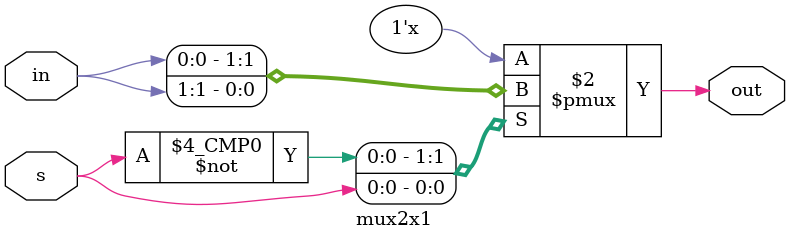
<source format=v>
module mux4_2(in1,in2,s1,s0,out);
	input[1:0] in1;
	input[1:0] in2;
	input s1,s0;
	wire out1,out0;
	wire[1:0] outtemp;
	output out;
	wire mux_out;
    mux2x1 mux1 (.in(in1), .s(s1), .out(out0));
    mux2x1 mux2 (.in(in2), .s(s1), .out(out1));
    assign outtemp = {out1, out};
    mux2x1 mux3 (.in(outtemp), .s(s0), .out(mux_out));
    assign out = mux_out;
endmodule

module mux2x1(in,s,out);
	input[1:0] in;
	input s;
	output reg out;
	always@(*) begin
	case(s)
		1'b0: out=in[0];
		1'b1: out=in[1];
		default: out=1'bz;
	endcase
	end
endmodule

</source>
